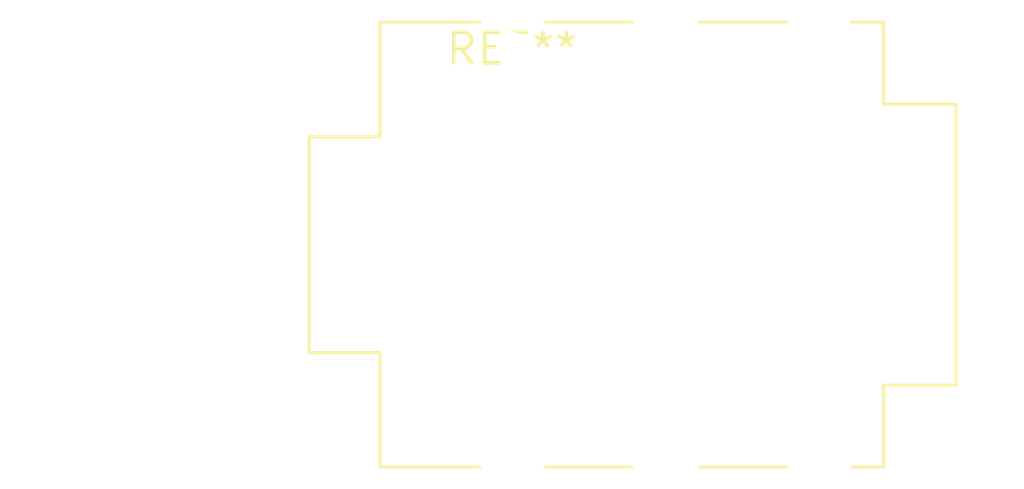
<source format=kicad_pcb>
(kicad_pcb (version 20240108) (generator pcbnew)
  (layers (0 "F.Cu" signal) (31 "B.Cu" signal) (34 "B.Paste" user) (35 "F.Paste" user) (36 "B.SilkS" user "B.Silkscreen") (37 "F.SilkS" user "F.Silkscreen") (38 "B.Mask" user) (39 "F.Mask" user) (44 "Edge.Cuts" user))
  (net 0 "")
  (footprint "Jack_6.35mm_Neutrik_NMJ6HCD3_Horizontal" (layer "F.Cu") (at 0 0)
    (property "Reference" "REF**")
    (property "Value" "Jack_6.35mm_Neutrik_NMJ6HCD3_Horizontal")
    (fp_line (start -8.4 3.645) (end -5.48 3.645) (layer "F.SilkS") (stroke (width 0.12)))
    (fp_line (start -8.4 12.545) (end -8.4 3.645) (layer "F.SilkS") (stroke (width 0.12)))
    (fp_line (start -8.4 12.585) (end -5.48 12.585) (layer "F.SilkS") (stroke (width 0.12)))
    (fp_line (start -5.48 -1.105) (end -1.35 -1.105) (layer "F.SilkS") (stroke (width 0.12)))
    (fp_line (start -5.48 3.645) (end -5.48 -1.105) (layer "F.SilkS") (stroke (width 0.12)))
    (fp_line (start -5.48 17.335) (end -5.48 12.585) (layer "F.SilkS") (stroke (width 0.12)))
    (fp_line (start -1.35 17.335) (end -5.48 17.335) (layer "F.SilkS") (stroke (width 0.12)))
    (fp_line (start 1.35 -1.105) (end 4.95 -1.105) (layer "F.SilkS") (stroke (width 0.12)))
    (fp_line (start 4.95 17.335) (end 1.35 17.335) (layer "F.SilkS") (stroke (width 0.12)))
    (fp_line (start 7.75 -1.105) (end 11.35 -1.105) (layer "F.SilkS") (stroke (width 0.12)))
    (fp_line (start 11.35 17.335) (end 7.75 17.335) (layer "F.SilkS") (stroke (width 0.12)))
    (fp_line (start 15.37 -1.105) (end 14.05 -1.105) (layer "F.SilkS") (stroke (width 0.12)))
    (fp_line (start 15.37 2.295) (end 15.37 -1.105) (layer "F.SilkS") (stroke (width 0.12)))
    (fp_line (start 15.37 2.295) (end 18.37 2.295) (layer "F.SilkS") (stroke (width 0.12)))
    (fp_line (start 15.37 13.935) (end 18.37 13.935) (layer "F.SilkS") (stroke (width 0.12)))
    (fp_line (start 15.37 17.335) (end 14.05 17.335) (layer "F.SilkS") (stroke (width 0.12)))
    (fp_line (start 15.37 17.335) (end 15.37 13.935) (layer "F.SilkS") (stroke (width 0.12)))
    (fp_line (start 18.37 13.935) (end 18.37 2.295) (layer "F.SilkS") (stroke (width 0.12)))
    (pad "R" thru_hole circle (at 6.35 0) (size 3 3) (drill 1.4) (layers *.Cu *.Mask) (remove_unused_layers))
    (pad "RN" thru_hole circle (at 6.35 16.23) (size 3 3) (drill 1.4) (layers *.Cu *.Mask) (remove_unused_layers))
    (pad "S" thru_hole circle (at 12.7 0) (size 3 3) (drill 1.4) (layers *.Cu *.Mask) (remove_unused_layers))
    (pad "SN" thru_hole circle (at 12.7 16.23) (size 3 3) (drill 1.4) (layers *.Cu *.Mask) (remove_unused_layers))
    (pad "T" thru_hole circle (at 0 0) (size 3 3) (drill 1.4) (layers *.Cu *.Mask) (remove_unused_layers))
    (pad "TN" thru_hole circle (at 0 16.23) (size 3 3) (drill 1.4) (layers *.Cu *.Mask) (remove_unused_layers))
  )
)
</source>
